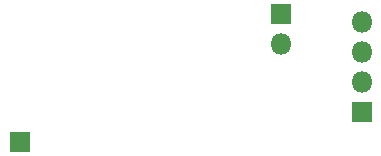
<source format=gbr>
%TF.GenerationSoftware,KiCad,Pcbnew,(5.1.6)-1*%
%TF.CreationDate,2020-10-30T20:39:21-07:00*%
%TF.ProjectId,frontendfull,66726f6e-7465-46e6-9466-756c6c2e6b69,rev?*%
%TF.SameCoordinates,Original*%
%TF.FileFunction,Soldermask,Bot*%
%TF.FilePolarity,Negative*%
%FSLAX46Y46*%
G04 Gerber Fmt 4.6, Leading zero omitted, Abs format (unit mm)*
G04 Created by KiCad (PCBNEW (5.1.6)-1) date 2020-10-30 20:39:21*
%MOMM*%
%LPD*%
G01*
G04 APERTURE LIST*
%ADD10O,1.800000X1.800000*%
%ADD11R,1.800000X1.800000*%
G04 APERTURE END LIST*
D10*
%TO.C,J4*%
X107950000Y-97155000D03*
X107950000Y-99695000D03*
X107950000Y-102235000D03*
D11*
X107950000Y-104775000D03*
%TD*%
%TO.C,J2*%
X78994000Y-107315000D03*
%TD*%
D10*
%TO.C,J1*%
X101092000Y-99060000D03*
D11*
X101092000Y-96520000D03*
%TD*%
M02*

</source>
